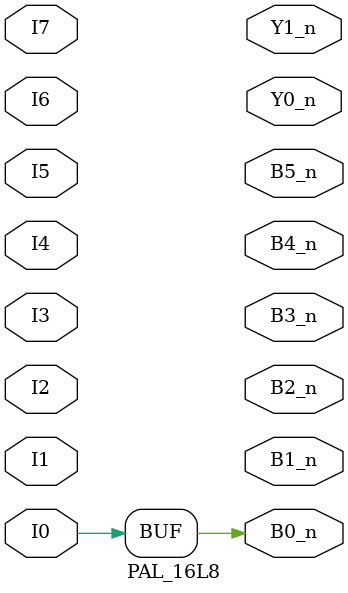
<source format=v>



/* 
PALASM PINS

I0 I1 I2 I3 I4 I5 I6 I7 I8 GND
I9 O8/Y1 IO7/B5 IO6/B4 IO5/B3 IO4/B2 IO3/B1 IO2/B0 IO1/B6 O1/Y0 VCC

*/


module PAL_16L8(

    input I0,           // I0
    input I1,           // I1
    input I2,           // I2
    input I3,           // I3
    input I4,           // I4
    input I5,           // I5
    input I6,           // I6   
    input I7,           // I7    


    output Y0_n,        // Y0_n (Can be IN or OUT)
    output Y1_n,        // Y1_n (Can be IN or OUT)
    
    output B0_n,        // B0_n
    output B1_n,        // B1_n
    output B2_n,        // B2_n
    output B3_n,        // B3_n
    output B4_n,        // B4_n             
    output B5_n         // B5_n             
);


// * TEMPLATE *

assign B0_n = I0;

endmodule
</source>
